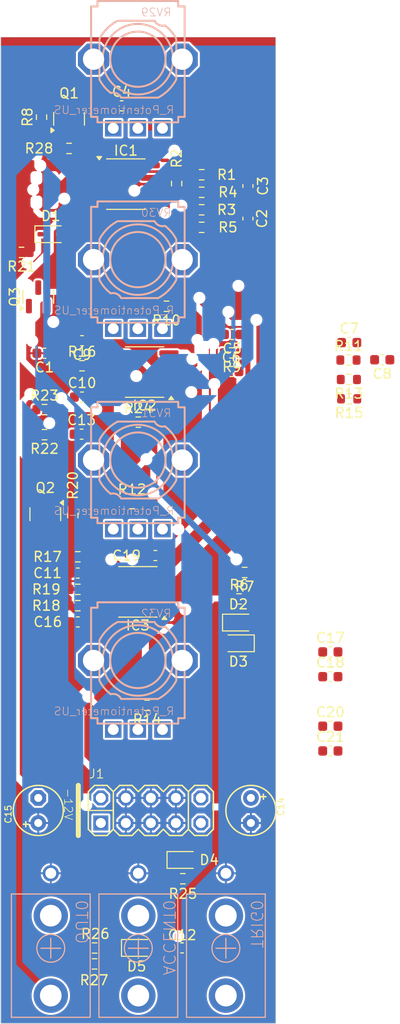
<source format=kicad_pcb>
(kicad_pcb (version 20240108) (generator "pcbnew") (generator_version "8.0")
  (layers (0 "F.Cu" signal) (31 "B.Cu" signal) (34 "B.Paste" user) (35 "F.Paste" user) (36 "B.SilkS" user "B.Silkscreen") (37 "F.SilkS" user "F.Silkscreen") (38 "B.Mask" user) (39 "F.Mask" user) (44 "Edge.Cuts" user))
  (net 0 "")
  (net 1 "N$6")
  (net 2 "GND")
  (net 3 "N$34")
  (net 4 "+12V")
  (net 5 "-12V")
  (net 6 "Net-(OUT0-TIP)")
  (net 7 "Net-(C2-Pad1)")
  (net 8 "Net-(IC1B-+IN)")
  (net 9 "Net-(IC1A-OUT)")
  (net 10 "Net-(IC1A--)")
  (net 11 "Net-(IC3A--)")
  (net 12 "Net-(C5-Pad2)")
  (net 13 "Net-(IC3A-OUT)")
  (net 14 "Net-(IC2A--)")
  (net 15 "Net-(C7-Pad2)")
  (net 16 "Net-(C8-Pad2)")
  (net 17 "Net-(IC2B--IN)")
  (net 18 "Net-(C10-Pad1)")
  (net 19 "Net-(IC2B-OUT)")
  (net 20 "Net-(ACCENT0-TIP)")
  (net 21 "Net-(D4-K)")
  (net 22 "Net-(D5-A)")
  (net 23 "Net-(C13-Pad1)")
  (net 24 "Net-(D1-A)")
  (net 25 "Net-(D1-K)")
  (net 26 "Net-(D2-K)")
  (net 27 "Net-(D4-A)")
  (net 28 "Net-(D5-K)")
  (net 29 "Net-(IC1B-OUT)")
  (net 30 "Net-(IC1B--IN)")
  (net 31 "POWER+12V")
  (net 32 "POWER-12V")
  (net 33 "Net-(IC2A-+)")
  (net 34 "Net-(IC3B--IN)")
  (net 35 "Net-(IC3B-OUT)")
  (net 36 "Net-(Q1-B)")
  (net 37 "Net-(Q1-C)")
  (net 38 "Net-(Q2-E)")
  (net 39 "Net-(Q2-B)")
  (net 40 "Net-(Q3-B)")
  (net 41 "Net-(R10-Pad2)")
  (net 43 "Net-(R12-Pad2)")
  (net 44 "Net-(R14-Pad2)")
  (footprint "Resistor_SMD:R_0603_1608Metric" (layer "F.Cu") (at 158.7361 111.9686)
    (property "Reference" "R6" (at 0 -1.43 0) (layer "F.SilkS"))
    (property "Value" "12K")
    (pad "1" smd roundrect (at -0.825 0) (size 0.8 0.95) (layers "F.Cu" "F.Paste" "F.Mask") (net 13 "Net-(IC3A-OUT)"))
    (pad "2" smd roundrect (at 0.825 0) (size 0.8 0.95) (layers "F.Cu" "F.Paste" "F.Mask") (net 26 "Net-(D2-K)"))
  )
  (footprint "Capacitor_SMD:C_0603_1608Metric" (layer "F.Cu") (at 150.241 107.569)
    (property "Reference" "C19" (at -2.921 0 0) (layer "F.SilkS"))
    (property "Value" "100nf")
    (pad "1" smd roundrect (at -0.775 0) (size 0.9 0.95) (layers "F.Cu" "F.Paste" "F.Mask") (net 2 "GND"))
    (pad "2" smd roundrect (at 0.775 0) (size 0.9 0.95) (layers "F.Cu" "F.Paste" "F.Mask") (net 32 "POWER-12V"))
  )
  (footprint "Resistor_SMD:R_0603_1608Metric" (layer "F.Cu") (at 169.916 91.679 180)
    (property "Reference" "R15" (at 0 -1.43 180) (layer "F.SilkS"))
    (property "Value" "3.3k")
    (pad "1" smd roundrect (at -0.825 0 180) (size 0.8 0.95) (layers "F.Cu" "F.Paste" "F.Mask") (net 19 "Net-(IC2B-OUT)"))
    (pad "2" smd roundrect (at 0.825 0 180) (size 0.8 0.95) (layers "F.Cu" "F.Paste" "F.Mask") (net 26 "Net-(D2-K)"))
  )
  (footprint "Capacitor_SMD:C_0603_1608Metric" (layer "F.Cu") (at 142.7961 91.5036)
    (property "Reference" "C10" (at 0 -1.43 0) (layer "F.SilkS"))
    (property "Value" "4.7nf")
    (pad "1" smd roundrect (at -0.775 0) (size 0.9 0.95) (layers "F.Cu" "F.Paste" "F.Mask") (net 18 "Net-(C10-Pad1)"))
    (pad "2" smd roundrect (at 0.775 0) (size 0.9 0.95) (layers "F.Cu" "F.Paste" "F.Mask") (net 19 "Net-(IC2B-OUT)"))
  )
  (footprint "Capacitor_SMD:C_0603_1608Metric" (layer "F.Cu") (at 159.639 73.406 -90)
    (property "Reference" "C2" (at 0 -1.43 90) (layer "F.SilkS"))
    (property "Value" "10nf")
    (pad "1" smd roundrect (at -0.775 0 270) (size 0.9 0.95) (layers "F.Cu" "F.Paste" "F.Mask") (net 7 "Net-(C2-Pad1)"))
    (pad "2" smd roundrect (at 0.775 0 270) (size 0.9 0.95) (layers "F.Cu" "F.Paste" "F.Mask") (net 8 "Net-(IC1B-+IN)"))
  )
  (footprint "Resistor_SMD:R_0603_1608Metric" (layer "F.Cu") (at 142.367 112.649 180)
    (property "Reference" "R18" (at 1.651 0 360) (layer "F.SilkS") (effects (justify right)))
    (property "Value" "10k")
    (pad "1" smd roundrect (at -0.825 0 180) (size 0.8 0.95) (layers "F.Cu" "F.Paste" "F.Mask") (net 35 "Net-(IC3B-OUT)"))
    (pad "2" smd roundrect (at 0.825 0 180) (size 0.8 0.95) (layers "F.Cu" "F.Paste" "F.Mask") (net 34 "Net-(IC3B--IN)"))
  )
  (footprint "Capacitor_SMD:C_0603_1608Metric" (layer "F.Cu") (at 142.367 114.3 180)
    (property "Reference" "C16" (at 3.048 0 360) (layer "F.SilkS"))
    (property "Value" "100nf")
    (pad "1" smd roundrect (at -0.775 0 180) (size 0.9 0.95) (layers "F.Cu" "F.Paste" "F.Mask") (net 31 "POWER+12V"))
    (pad "2" smd roundrect (at 0.775 0 180) (size 0.9 0.95) (layers "F.Cu" "F.Paste" "F.Mask") (net 2 "GND"))
  )
  (footprint "Capacitor_SMD:C_0603_1608Metric" (layer "F.Cu") (at 168.008 124.871)
    (property "Reference" "C20" (at 0 -1.43 0) (layer "F.SilkS"))
    (property "Value" "100nf")
    (pad "1" smd roundrect (at -0.775 0) (size 0.9 0.95) (layers "F.Cu" "F.Paste" "F.Mask") (net 2 "GND"))
    (pad "2" smd roundrect (at 0.775 0) (size 0.9 0.95) (layers "F.Cu" "F.Paste" "F.Mask") (net 32 "POWER-12V"))
  )
  (footprint "Capacitor_SMD:C_0603_1608Metric" (layer "F.Cu") (at 168.008 117.341)
    (property "Reference" "C17" (at 0 -1.43 0) (layer "F.SilkS"))
    (property "Value" "100nf")
    (pad "1" smd roundrect (at -0.775 0) (size 0.9 0.95) (layers "F.Cu" "F.Paste" "F.Mask") (net 31 "POWER+12V"))
    (pad "2" smd roundrect (at 0.775 0) (size 0.9 0.95) (layers "F.Cu" "F.Paste" "F.Mask") (net 2 "GND"))
  )
  (footprint "Capacitor_SMD:C_0603_1608Metric" (layer "F.Cu") (at 173.276 87.719 180)
    (property "Reference" "C8" (at 0 -1.43 180) (layer "F.SilkS"))
    (property "Value" "27nf")
    (pad "1" smd roundrect (at -0.775 0 180) (size 0.9 0.95) (layers "F.Cu" "F.Paste" "F.Mask") (net 15 "Net-(C7-Pad2)"))
    (pad "2" smd roundrect (at 0.775 0 180) (size 0.9 0.95) (layers "F.Cu" "F.Paste" "F.Mask") (net 16 "Net-(C8-Pad2)"))
  )
  (footprint "Package_SO:SOIC-8_3.9x4.9mm_P1.27mm" (layer "F.Cu") (at 148.463 111.252 180)
    (property "Reference" "IC3" (at 0 -3.4 360) (layer "F.SilkS"))
    (property "Value" "TL072")
    (pad "1" smd roundrect (at -2.475 -1.905 180) (size 1.95 0.6) (layers "F.Cu" "F.Paste" "F.Mask") (net 13 "Net-(IC3A-OUT)"))
    (pad "2" smd roundrect (at -2.475 -0.635 180) (size 1.95 0.6) (layers "F.Cu" "F.Paste" "F.Mask") (net 11 "Net-(IC3A--)"))
    (pad "3" smd roundrect (at -2.475 0.635 180) (size 1.95 0.6) (layers "F.Cu" "F.Paste" "F.Mask") (net 33 "Net-(IC2A-+)"))
    (pad "4" smd roundrect (at -2.475 1.905 180) (size 1.95 0.6) (layers "F.Cu" "F.Paste" "F.Mask") (net 32 "POWER-12V"))
    (pad "5" smd roundrect (at 2.475 1.905 180) (size 1.95 0.6) (layers "F.Cu" "F.Paste" "F.Mask") (net 20 "Net-(ACCENT0-TIP)"))
    (pad "6" smd roundrect (at 2.475 0.635 180) (size 1.95 0.6) (layers "F.Cu" "F.Paste" "F.Mask") (net 34 "Net-(IC3B--IN)"))
    (pad "7" smd roundrect (at 2.475 -0.635 180) (size 1.95 0.6) (layers "F.Cu" "F.Paste" "F.Mask") (net 35 "Net-(IC3B-OUT)"))
    (pad "8" smd roundrect (at 2.475 -1.905 180) (size 1.95 0.6) (layers "F.Cu" "F.Paste" "F.Mask") (net 31 "POWER+12V"))
  )
  (footprint "Resistor_SMD:R_0603_1608Metric" (layer "F.Cu") (at 151.3686 82.2961 180)
    (property "Reference" "R10" (at 0 -1.43 180) (layer "F.SilkS"))
    (property "Value" "100R")
    (pad "1" smd roundrect (at -0.825 0 180) (size 0.8 0.95) (layers "F.Cu" "F.Paste" "F.Mask") (net 2 "GND"))
    (pad "2" smd roundrect (at 0.825 0 180) (size 0.8 0.95) (layers "F.Cu" "F.Paste" "F.Mask") (net 41 "Net-(R10-Pad2)"))
  )
  (footprint "909 Rim:2X05_EUROPWR_OPEN_1879502" (layer "F.Cu") (at 149.7811 133.4136)
    (property "Reference" "J1" (at -6.35 -3.175 0) (layer "F.SilkS") (effects (font (size 0.9144 0.9144) (thickness 0.1016)) (justify left bottom)))
    (property "Value" "HEADER-EUROPWR_2X05-OPEN" (hide yes))
    (fp_text user "-12V" (at -8.382 -0.635 -90) (layer "F.SilkS") (effects (font (size 0.81788 0.81788) (thickness 0.07112))))
    (pad "1" thru_hole rect (at -5.08 1.27) (size 1.524 1.524) (drill 1.016) (layers "*.Cu" "*.Mask") (net 5 "-12V"))
    (pad "2" thru_hole roundrect (at -5.08 -1.27) (size 1.524 1.524) (drill 1.016) (layers "*.Cu" "*.Mask") (chamfer_ratio 0.2928932188) (chamfer top_left top_right bottom_left bottom_right) (net 5 "-12V"))
    (pad "3" thru_hole roundrect (at -2.54 1.27) (size 1.524 1.524) (drill 1.016) (layers "*.Cu" "*.Mask") (chamfer_ratio 0.2928932188) (chamfer top_left top_right bottom_left bottom_right) (net 2 "GND"))
    (pad "4" thru_hole roundrect (at -2.54 -1.27) (size 1.524 1.524) (drill 1.016) (layers "*.Cu" "*.Mask") (chamfer_ratio 0.2928932188) (chamfer top_left top_right bottom_left bottom_right) (net 2 "GND"))
    (pad "5" thru_hole roundrect (at 0 1.27) (size 1.524 1.524) (drill 1.016) (layers "*.Cu" "*.Mask") (chamfer_ratio 0.2928932188) (chamfer top_left top_right bottom_left bottom_right) (net 2 "GND"))
    (pad "6" thru_hole roundrect (at 0 -1.27) (size 1.524 1.524) (drill 1.016) (layers "*.Cu" "*.Mask") (chamfer_ratio 0.2928932188) (chamfer top_left top_right bottom_left bottom_right) (net 2 "GND"))
    (pad "7" thru_hole roundrect (at 2.54 1.27) (size 1.524 1.524) (drill 1.016) (layers "*.Cu" "*.Mask") (chamfer_ratio 0.2928932188) (chamfer top_left top_right bottom_left bottom_right) (net 2 "GND"))
    (pad "8" thru_hole roundrect (at 2.54 -1.27) (size 1.524 1.524) (drill 1.016) (layers "*.Cu" "*.Mask") (chamfer_ratio 0.2928932188) (chamfer top_left top_right bottom_left bottom_right) (net 2 "GND"))
    (pad "9" thru_hole roundrect (at 5.08 1.27) (size 1.524 1.524) (drill 1.016) (layers "*.Cu" "*.Mask") (chamfer_ratio 0.2928932188) (chamfer top_left top_right bottom_left bottom_right) (net 4 "+12V"))
    (pad "10" thru_hole roundrect (at 5.08 -1.27) (size 1.524 1.524) (drill 1.016) (layers "*.Cu" "*.Mask") (chamfer_ratio 0.2928932188) (chamfer top_left top_right bottom_left bottom_right) (net 4 "+12V"))
  )
  (footprint "Capacitor_SMD:C_0603_1608Metric" (layer "F.Cu") (at 138.9861 87.0586 180)
    (property "Reference" "C1" (at 0 -1.43 180) (layer "F.SilkS"))
    (property "Value" "10nf")
    (pad "1" smd roundrect (at -0.775 0 180) (size 0.9 0.95) (layers "F.Cu" "F.Paste" "F.Mask") (net 6 "Net-(OUT0-TIP)"))
    (pad "2" smd roundrect (at 0.775 0 180) (size 0.9 0.95) (layers "F.Cu" "F.Paste" "F.Mask") (net 2 "GND"))
  )
  (footprint "Resistor_SMD:R_0603_1608Metric" (layer "F.Cu") (at 144.0761 147.3586 180)
    (property "Reference" "R26" (at -0.0689 1.4356 180) (layer "F.SilkS"))
    (property "Value" "22k")
    (pad "1" smd roundrect (at -0.825 0 180) (size 0.8 0.95) (layers "F.Cu" "F.Paste" "F.Mask") (net 28 "Net-(D5-K)"))
    (pad "2" smd roundrect (at 0.825 0 180) (size 0.8 0.95) (layers "F.Cu" "F.Paste" "F.Mask") (net 33 "Net-(IC2A-+)"))
  )
  (footprint "Resistor_SMD:R_0603_1608Metric" (layer "F.Cu") (at 138.9861 92.7736)
    (property "Reference" "R23" (at 0 -1.43 0) (layer "F.SilkS"))
    (property "Value" "10k")
    (pad "1" smd roundrect (at -0.825 0) (size 0.8 0.95) (layers "F.Cu" "F.Paste" "F.Mask") (net 2 "GND"))
    (pad "2" smd roundrect (at 0.825 0) (size 0.8 0.95) (layers "F.Cu" "F.Paste" "F.Mask") (net 40 "Net-(Q3-B)"))
  )
  (footprint "Resistor_SMD:R_0603_1608Metric" (layer "F.Cu") (at 142.7961 88.3286)
    (property "Reference" "R16" (at 0 -1.43 0) (layer "F.SilkS"))
    (property "Value" "470k")
    (pad "1" smd roundrect (at -0.825 0) (size 0.8 0.95) (layers "F.Cu" "F.Paste" "F.Mask") (net 19 "Net-(IC2B-OUT)"))
    (pad "2" smd roundrect (at 0.825 0) (size 0.8 0.95) (layers "F.Cu" "F.Paste" "F.Mask") (net 17 "Net-(IC2B--IN)"))
  )
  (footprint "Resistor_SMD:R_0603_1608Metric" (layer "F.Cu") (at 147.8761 102.2986)
    (property "Reference" "R12" (at 0 -1.43 0) (layer "F.SilkS"))
    (property "Value" "100R")
    (pad "1" smd roundrect (at -0.825 0) (size 0.8 0.95) (layers "F.Cu" "F.Paste" "F.Mask") (net 2 "GND"))
    (pad "2" smd roundrect (at 0.825 0) (size 0.8 0.95) (layers "F.Cu" "F.Paste" "F.Mask") (net 43 "Net-(R12-Pad2)"))
  )
  (footprint "Package_TO_SOT_SMD:SOT-23" (layer "F.Cu") (at 138.3511 81.3436 90)
    (property "Reference" "Q3" (at 0 -2.4 90) (layer "F.SilkS"))
    (property "Value" "BC849")
    (pad "1" smd roundrect (at -0.9375 -0.95 90) (size 1.475 0.6) (layers "F.Cu" "F.Paste" "F.Mask") (net 40 "Net-(Q3-B)"))
    (pad "2" smd roundrect (at -0.9375 0.95 90) (size 1.475 0.6) (layers "F.Cu" "F.Paste" "F.Mask") (net 2 "GND"))
    (pad "3" smd roundrect (at 0.9375 0 90) (size 1.475 0.6) (layers "F.Cu" "F.Paste" "F.Mask") (net 25 "Net-(D1-K)"))
  )
  (footprint "Resistor_SMD:R_0603_1608Metric" (layer "F.Cu") (at 138.9861 95.3136 180)
    (property "Reference" "R22" (at 0 -1.43 180) (layer "F.SilkS"))
    (property "Value" "2.7k")
    (pad "1" smd roundrect (at -0.825 0 180) (size 0.8 0.95) (layers "F.Cu" "F.Paste" "F.Mask") (net 23 "Net-(C13-Pad1)"))
    (pad "2" smd roundrect (at 0.825 0 180) (size 0.8 0.95) (layers "F.Cu" "F.Paste" "F.Mask") (net 38 "Net-(Q2-E)"))
  )
  (footprint "Capacitor_SMD:C_0603_1608Metric" (layer "F.Cu") (at 142.367 109.347 180)
    (property "Reference" "C11" (at 1.524 0 180) (layer "F.SilkS") (effects (justify right)))
    (property "Value" "100pf")
    (pad "1" smd roundrect (at -0.775 0 180) (size 0.9 0.95) (layers "F.Cu" "F.Paste" "F.Mask") (net 20 "Net-(ACCENT0-TIP)"))
    (pad "2" smd roundrect (at 0.775 0 180) (size 0.9 0.95) (layers "F.Cu" "F.Paste" "F.Mask") (net 2 "GND"))
  )
  (footprint "Capacitor_SMD:C_0603_1608Metric" (layer "F.Cu") (at 142.7511 95.2636)
    (property "Reference" "C13" (at 0 -1.43 0) (layer "F.SilkS"))
    (property "Value" "47nf")
    (pad "1" smd roundrect (at -0.775 0) (size 0.9 0.95) (layers "F.Cu" "F.Paste" "F.Mask") (net 23 "Net-(C13-Pad1)"))
    (pad "2" smd roundrect (at 0.775 0) (size 0.9 0.95) (layers "F.Cu" "F.Paste" "F.Mask") (net 2 "GND"))
  )
  (footprint "Diode_SMD:D_SOD-323" (layer "F.Cu") (at 153.035 138.43)
    (property "Reference" "D4" (at 2.667 0 0) (layer "F.SilkS"))
    (property "Value" "1N4148")
    (pad "1" smd roundrect (at -1.05 0) (size 0.6 0.45) (layers "F.Cu" "F.Paste" "F.Mask") (net 21 "Net-(D4-K)"))
    (pad "2" smd roundrect (at 1.05 0) (size 0.6 0.45) (layers "F.Cu" "F.Paste" "F.Mask") (net 27 "Net-(D4-A)"))
  )
  (footprint "Capacitor_SMD:C_0603_1608Metric" (layer "F.Cu") (at 159.639 70.104 -90)
    (property "Reference" "C3" (at 0 -1.524 90) (layer "F.SilkS"))
    (property "Value" "10nf")
    (pad "1" smd roundrect (at -0.775 0 270) (size 0.9 0.95) (layers "F.Cu" "F.Paste" "F.Mask") (net 9 "Net-(IC1A-OUT)"))
    (pad "2" smd roundrect (at 0.775 0 270) (size 0.9 0.95) (layers "F.Cu" "F.Paste" "F.Mask") (net 7 "Net-(C2-Pad1)"))
  )
  (footprint "Resistor_SMD:R_0603_1608Metric" (layer "F.Cu") (at 144.0661 148.971)
    (property "Reference" "R27" (at -0.0481 1.651 0) (layer "F.SilkS"))
    (property "Value" "22k")
    (pad "1" smd roundrect (at -0.825 0) (size 0.8 0.95) (layers "F.Cu" "F.Paste" "F.Mask") (net 33 "Net-(IC2A-+)"))
    (pad "2" smd roundrect (at 0.825 0) (size 0.8 0.95) (layers "F.Cu" "F.Paste" "F.Mask") (net 2 "GND"))
  )
  (footprint "Resistor_SMD:R_0603_1608Metric" (layer "F.Cu") (at 153.035 140.335)
    (property "Reference" "R25" (at 0 1.524 360) (layer "F.SilkS"))
    (property "Value" "100k")
    (pad "1" smd roundrect (at -0.825 0) (size 0.8 0.95) (layers "F.Cu" "F.Paste" "F.Mask") (net 21 "Net-(D4-K)"))
    (pad "2" smd roundrect (at 0.825 0) (size 0.8 0.95) (layers "F.Cu" "F.Paste" "F.Mask") (net 2 "GND"))
  )
  (footprint "Package_TO_SOT_SMD:SOT-23" (layer "F.Cu") (at 139.065 103.378 -90)
    (property "Reference" "Q2" (at -2.667 0 180) (layer "F.SilkS"))
    (property "Value" "BC859")
    (pad "1" smd roundrect (at -0.9375 -0.95 270) (size 1.475 0.6) (layers "F.Cu" "F.Paste" "F.Mask") (net 39 "Net-(Q2-B)"))
    (pad "2" smd roundrect (at -0.9375 0.95 270) (size 1.475 0.6) (layers "F.Cu" "F.Paste" "F.Mask") (net 38 "Net-(Q2-E)"))
    (pad "3" smd roundrect (at 0.9375 0 270) (size 1.475 0.6) (layers "F.Cu" "F.Paste" "F.Mask") (net 35 "Net-(IC3B-OUT)"))
  )
  (footprint "Resistor_SMD:R_0603_1608Metric" (layer "F.Cu") (at 154.94 68.961)
    (property "Reference" "R1" (at 2.54 0 0) (layer "F.SilkS"))
    (property "Value" "1K")
    (pad "1" smd roundrect (at -0.825 0) (size 0.8 0.95) (layers "F.Cu" "F.Paste" "F.Mask") (net 29 "Net-(IC1B-OUT)"))
    (pad "2" smd roundrect (at 0.825 0) (size 0.8 0.95) (layers "F.Cu" "F.Paste" "F.Mask") (net 6 "Net-(OUT0-TIP)"))
  )
  (footprint "Resistor_SMD:R_0603_1608Metric" (layer "F.Cu") (at 152.4 69.85 90)
    (property "Reference" "R2" (at 2.54 0 90) (layer "F.SilkS"))
    (property "Value" "4.7K")
    (pad "1" smd roundrect (at -0.825 0 90) (size 0.8 0.95) (layers "F.Cu" "F.Paste" "F.Mask") (net 30 "Net-(IC1B--IN)"))
    (pad "2" smd roundrect (at 0.825 0 90) (size 0.8 0.95) (layers "F.Cu" "F.Paste" "F.Mask") (net 29 "Net-(IC1B-OUT)"))
  )
  (footprint "Resistor_SMD:R_0603_1608Metric" (layer "F.Cu") (at 158.0061 87.0236 180)
    (property "Reference" "R9" (at 0 -1.43 180) (layer "F.SilkS"))
    (property "Value" "470k")
    (pad "1" smd roundrect (at -0.825 0 180) (size 0.8 0.95) (layers "F.Cu" "F.Paste" "F.Mask") (net 11 "Net-(IC3A--)"))
    (pad "2" smd roundrect (at 0.825 0 180) (size 0.8 0.95) (layers "F.Cu" "F.Paste" "F.Mask") (net 13 "Net-(IC3A-OUT)"))
  )
  (footprint "Resistor_SMD:R_0603_1608Metric" (layer "F.Cu") (at 141.478 66.294)
    (property "Reference" "R28" (at -3.048 0 0) (layer "F.SilkS"))
    (property "Value" "1M")
    (pad "1" smd roundrect (at -0.825 0) (size 0.8 0.95) (layers "F.Cu" "F.Paste" "F.Mask") (net 23 "Net-(C13-Pad1)"))
    (pad "2" smd roundrect (at 0.825 0) (size 0.8 0.95) (layers "F.Cu" "F.Paste" "F.Mask") (net 36 "Net-(Q1-B)"))
  )
  (footprint "Resistor_SMD:R_0603_1608Metric" (layer "F.Cu") (at 154.94 74.295 180)
    (property "Reference" "R5" (at -2.667 0 360) (layer "F.SilkS"))
    (property "Value" "220K")
    (pad "1" smd roundrect (at -0.825 0 180) (size 0.8 0.95) (layers "F.Cu" "F.Paste" "F.Mask") (net 2 "GND"))
    (pad "2" smd roundrect (at 0.825 0 180) (size 0.8 0.95) (layers "F.Cu" "F.Paste" "F.Mask") (net 8 "Net-(IC1B-+IN)"))
  )
  (footprint "Resistor_SMD:R_0603_1608Metric" (layer "F.Cu") (at 136.652 76.835 180)
    (property "Reference" "R21" (at 0 -1.43 360) (layer "F.SilkS"))
    (property "Value" "47k")
    (pad "1" smd roundrect (at -0.825 0 180) (size 0.8 0.95) (layers "F.Cu" "F.Paste" "F.Mask") (net 24 "Net-(D1-A)"))
    (pad "2" smd roundrect (at 0.825 0 180) (size 0.8 0.95) (layers "F.Cu" "F.Paste" "F.Mask") (net 39 "Net-(Q2-B)"))
  )
  (footprint "Resistor_SMD:R_0603_1608Metric" (layer "F.Cu") (at 154.94 72.517 180)
    (property "Reference" "R3" (at -2.54 0 360) (layer "F.SilkS"))
    (property "Value" "22K")
    (pad "1" smd roundrect (at -0.825 0 180) (size 0.8 0.95) (layers "F.Cu" "F.Paste" "F.Mask") (net 7 "Net-(C2-Pad1)"))
    (pad "2" smd roundrect (at 0.825 0 180) (size 0.8 0.95) (layers "F.Cu" "F.Paste" "F.Mask") (net 30 "Net-(IC1B--IN)"))
  )
  (footprint "Resistor_SMD:R_0603_1608Metric" (layer "F.Cu") (at 141.859 103.505 -90)
    (property "Reference" "R20" (at -3.048 0 90) (layer "F.SilkS"))
    (property "Value" "1M")
    (pad "1" smd roundrect (at -0.825 0 270) (size 0.8 0.95) (layers "F.Cu" "F.Paste" "F.Mask") (net 39 "Net-(Q2-B)"))
    (pad "2" smd roundrect (at 0.825 0 270) (size 0.8 0.95) (layers "F.Cu" "F.Paste" "F.Mask") (net 35 "Net-(IC3B-OUT)"))
  )
  (footprint "Resistor_SMD:R_0603_1608Metric" (layer "F.Cu") (at 149.4011 122.7536 180)
    (property "Reference" "R14" (at 0 -1.43 180) (layer "F.SilkS"))
    (property "Value" "100R")
    (pad "1" smd roundrect (at -0.825 0 180) (size 0.8 0.95) (layers "F.Cu" "F.Paste" "F.Mask") (net 2 "GND"))
    (pad "2" smd roundrect (at 0.825 0 180) (size 0.8 0.95) (layers "F.Cu" "F.Paste" "F.Mask") (net 44 "Net-(R14-Pad2)"))
  )
  (footprint "Capacitor_SMD:C_0603_1608Metric" (layer "F.Cu") (at 157.9561 88.9136)
    (property "Reference" "C6" (at 0 -1.43 0) (layer "F.SilkS"))
    (property "Value" "10nf")
    (pad "1" smd roundrect (at -0.775 0) (size 0.9 0.95) (layers "F.Cu" "F.Paste" "F.Mask") (net 12 "Net-(C5-Pad2)"))
    (pad "2" smd roundrect (at 0.775 0) (size 0.9 0.95) (layers "F.Cu" "F.Paste" "F.Mask") (net 13 "Net-(IC3A-OUT)"))
  )
  (footprint "Capacitor_SMD:C_0603_1608Metric" (layer "F.Cu") (at 146.812 61.976)
    (property "Reference" "C4" (at 0 -1.43 0) (layer "F.SilkS"))
    (property "Value" "220pf")
    (pad "1" smd roundrect (at -0.775 0) (size 0.9 0.95) (layers "F.Cu" "F.Paste" "F.Mask") (net 10 "Net-(IC1A--)"))
    (pad "2" smd roundrect (at 0.775 0) (size 0.9 0.95) (layers "F.Cu" "F.Paste" "F.Mask") (net 9 "Net-(IC1A-OUT)"))
  )
  (footprint "Diode_SMD:D_SOD-323" (layer "F.Cu") (at 139.6211 74.9936)
    (property "Reference" "D1" (at 0 -1.85 0) (layer "F.SilkS"))
    (property "Value" "1N4148")
    (pad "1" smd roundrect (at -1.05 0) (size 0.6 0.45) (layers "F.Cu" "F.Paste" "F.Mask") (net 25 "Net-(D1-K)"))
    (pad "2" smd roundrect (at 1.05 0) (size 0.6 0.45) (layers "F.Cu" "F.Paste" "F.Mask") (net 24 "Net-(D1-A)"))
  )
  (footprint "Resistor_SMD:R_0603_1608Metric" (layer "F.Cu") (at 169.886 89.719 180)
    (property "Reference" "R13" (at 0 -1.43 180) (layer "F.SilkS"))
    (property "Value" "12K")
    (pad "1" smd roundrect (at -0.825 0 180) (size 0.8 0.95) (layers "F.Cu" "F.Paste" "F.Mask") (net 16 "Net-(C8-Pad2)"))
    (pad "2" smd roundrect (at 0.825 0 180) (size 0.8 0.95) (layers "F.Cu" "F.Paste" "F.Mask") (net 26 "Net-(D2-K)"))
  )
  (footprint "Capacitor_SMD:C_0603_1608Metric" (layer "F.Cu") (at 158.0361 85.1536 180)
    (property "Reference" "C5" (at 0 -1.43 180) (layer "F.SilkS"))
    (property "Value" "10nf")
    (pad "1" smd roundrect (at -0.775 0 180) (size 0.9 0.95) (layers "F.Cu" "F.Paste" "F.Mask") (net 11 "Net-(IC3A--)"))
    (pad "2" smd roundrect (at 0.775 0 180) (size 0.9 0.95) (layers "F.Cu" "F.Paste" "F.Mask") (net 12 "Net-(C5-Pad2)"))
  )
  (footprint "Diode_SMD:D_SOD-323" (layer "F.Cu") (at 148.4111 147.3486)
    (property "Reference" "D5" (at -0.0751 1.8764 0) (layer "F.SilkS"))
    (property "Value" "1N4148")
    (pad "1" smd roundrect (at -1.05 0) (size 0.6 0.45) (layers "F.Cu" "F.Paste" "F.Mask") (net 28 "Net-(D5-K)"))
    (pad "2" smd roundrect (at 1.05 0) (size 0.6 0.45) (layers "F.Cu" "F.Paste" "F.Mask") (net 22 "Net-(D5-A)"))
  )
  (footprint "Package_SO:SOIC-8_3.9x4.9mm_P1.27mm" (layer "F.Cu") (at 147.2411 69.9136)
    (property "Reference" "IC1" (at 0 -3.4 0) (layer "F.SilkS"))
    (property "Value" "TL072")
    (pad "1" smd roundrect (at -2.475 -1.905) (size 1.95 0.6) (layers "F.Cu" "F.Paste" "F.Mask") (net 9 "Net-(IC1A-OUT)"))
    (pad "2" smd roundrect (at -2.475 -0.635) (size 1.95 0.6) (layers "F.Cu" "F.Paste" "F.Mask") (net 10 "Net-(IC1A--)"))
    (pad "3" smd roundrect (at -2.475 0.635) (size 1.95 0.6) (layers "F.Cu" "F.Paste" "F.Mask") (net 2 "GND"))
    (pad "4" smd roundrect (at -2.475 1.905) (size 1.95 0.6) (layers "F.Cu" "F.Paste" "F.Mask") (net 32 "POWER-12V"))
    (pad "5" smd roundrect (at 2.475 1.905) (size 1.95 0.6) (layers "F.Cu" "F.Paste" "F.Mask") (net 8 "Net-(IC1B-+IN)"))
    (pad "6" smd roundrect (at 2.475 0.635) (size 1.95 0.6) (layers "F.Cu" "F.Paste" "F.Mask") (net 30 "Net-(IC1B--IN)"))
    (pad "7" smd roundrect (at 2.475 -0.635) (size 1.95 0.6) (layers "F.Cu" "F.Paste" "F.Mask") (net 29 "Net-(IC1B-OUT)"))
    (pad "8" smd roundrect (at 2.475 -1.905) (size 1.95 0.6) (layers "F.Cu" "F.Paste" "F.Mask") (net 31 "POWER+12V"))
  )
  (footprint "Capacitor_SMD:C_0603_1608Metric" (layer "F.Cu") (at 168.008 119.851)
    (property "Reference" "C18" (at 0 -1.43 0) (layer "F.SilkS"))
    (property "Value" "100nf")
    (pad "1" smd roundrect (at -0.775 0) (size 0.9 0.95) (layers "F.Cu" "F.Paste" "F.Mask") (net 31 "POWER+12V"))
    (pad "2" smd roundrect (at 0.775 0) (size 0.9 0.95) (layers "F.Cu" "F.Paste" "F.Mask") (net 2 "GND"))
  )
  (footprint "909 Rim:E2,5-5_1879502" (layer "F.Cu") (at 138.3511 133.4136 90)
    (property "Reference" "C15" (at -1.397 -2.667 90) (layer "F.SilkS") (effects (font (size 0.6477 0.6477) (thickness 0.1143)) (justify left bottom)))
    (property "Value" "10uF")
    (pad "+" thru_hole circle (at -1.27 0 90) (size 1.6002 1.6002) (drill 0.8128) (layers "*.Cu" "*.Mask") (net 2 "GND"))
    (pad "-" thru_hole roundrect (at 1.27 0 90) (size 1.6002 1.6002) (drill 0.8128) (layers "*.Cu" "*.Mask") (chamfer_ratio 0.2928932188) (chamfer top_left top_right bottom_left bottom_right) (net 5 "-12V"))
  )
  (footprint "Capacitor_SMD:C_0603_1608Metric" (layer "F.Cu") (at 152.9561 147.3486 180)
    (property "Reference" "C12" (at 0 1.2986 180) (layer "F.SilkS"))
    (property "Value" "15nf")
    (pad "1" smd roundrect (at -0.775 0 180) (size 0.9 0.95) (layers "F.Cu" "F.Paste" "F.Mask") (net 21 "Net-(D4-K)"))
    (pad "2" smd roundrect (at 0.775 0 180) (size 0.9 0.95) (layers "F.Cu" "F.Paste" "F.Mask") (net 22 "Net-(D5-A)"))
  )
  (footprint "909 Rim:E2,5-5_1879502" (layer "F.Cu") (at 159.9411 133.4136 -90)
    (property "Reference" "C14" (at -1.397 -2.667 90) (layer "F.SilkS") (effects (font (size 0.6477 0.6477) (thickness 0.1143)) (justify right top)))
    (property "Value" "10uF")
    (pad "+" thru_hole circle (at -1.27 0 270) (size 1.6002 1.6002) (drill 0.8128) (layers "*.Cu" "*.Mask") (net 4 "+12V"))
    (pad "-" thru_hole roundrect (at 1.27 0 270) (size 1.6002 1.6002) (drill 0.8128) (layers "*.Cu" "*.Mask") (chamfer_ratio 0.2928932188) (chamfer top_left top_right bottom_left bottom_right) (net 2 "GND"))
  )
  (footprint "Resistor_SMD:R_0603_1608Metric" (layer "F.Cu") (at 169.846 87.749)
    (property "Reference" "R11" (at 0 -1.43 0) (layer "F.SilkS"))
    (property "Value" "330K")
    (pad "1" smd roundrect (at -0.825 0) (size 0.8 0.95) (layers "F.Cu" "F.Paste" "F.Mask"))
    (pad "2" smd roundrect (at 0.825 0) (size 0.8 0.95) (layers "F.Cu" "F.Paste" "F.Mask") (net 16 "Net-(C8-Pad2)"))
  )
  (footprint "Capacitor_SMD:C_0603_1608Metric" (layer "F.Cu") (at 169.926 85.979)
    (property "Reference" "C7" (at 0 -1.43 0) (layer "F.SilkS"))
    (property "Value" "27nf")
    (pad "1" smd roundrect (at -0.775 0) (size 0.9 0.95) (layers "F.Cu" "F.Paste" "F.Mask") (net 14 "Net-(IC2A--)"))
    (pad "2" smd roundrect (at 0.775 0) (size 0.9 0.95) (layers "F.Cu" "F.Paste" "F.Mask") (net 15 "Net-(C7-Pad2)"))
  )
  (footprint "Package_TO_SOT_SMD:SOT-23" (layer "F.Cu") (at 141.478 63.2945 90)
    (property "Reference" "Q1" (at 2.5885 0 180) (layer "F.SilkS"))
    (property "Value" "BC849")
    (pad "1" smd roundrect (at -0.9375 -0.95 90) (size 1.475 0.6) (layers "F.Cu" "F.Paste" "F.Mask") (net 36 "Net-(Q1-B)"))
    (pad "2" smd roundrect (at -0.9375 0.95 90) (size 1.475 0.6) (layers "F.Cu" "F.Paste" "F.Mask") (net 10 "Net-(IC1A--)"))
    (pad "3" smd roundrect (at 0.9375 0 90) (size 1.475 0.6) (layers "F.Cu" "F.Paste" "F.Mask") (net 37 "Net-(Q1-C)"))
  )
  (footprint "Diode_SMD:D_SOD-323" (layer "F.Cu") (at 158.6711 116.4686 180)
    (property "Reference" "D3" (at 0 -1.85 180) (layer "F.SilkS"))
    (property "Value" "1N4148")
    (pad "1" smd roundrect (at -1.05 0 180) (size 0.6 0.45) (layers "F.Cu" "F.Paste" "F.Mask") (net 2 "GND"))
    (pad "2" smd roundrect (at 1.05 0 180) (size 0.6 0.45) (layers "F.Cu" "F.Paste" "F.Mask") (net 26 "Net-(D2-K)"))
  )
  (footprint "Resistor_SMD:R_0603_1608Metric" (layer "F.Cu") (at 142.367 110.998 180)
    (property "Reference" "R19" (at 1.651 0 360) (layer "F.SilkS") (effects (justify right)))
    (property "Value" "4.7k")
    (pad "1" smd roundrect (at -0.825 0 180) (size 0.8 0.95) (layers "F.Cu" "F.Paste" "F.Mask") (net 34 "Net-(IC3B--IN)"))
    (pad "2" smd roundrect (at 0.825 0 180) (size 0.8 0.95) (layers "F.Cu" "F.Paste" "F.Mask") (net 2 "GND"))
  )
  (footprint "Resistor_SMD:R_0603_1608Metric" (layer "F.Cu") (at 138.684 63.119 90)
    (property "Reference" "R8" (at 0 -1.43 90) (layer "F.SilkS"))
    (property "Value" "680R")
    (pad "1" smd roundrect (at -0.825 0 90) (size 0.8 0.95) (layers "F.Cu" "F.Paste" "F.Mask") (net 2 "GND"))
    (pad "2" smd roundrect (at 0.825 0 90) (size 0.8 0.95) (layers "F.Cu" "F.Paste" "F.Mask") (net 37 "Net-(Q1-C)"))
  )
  (footprint "Resistor_SMD:R_0603_1608Metric" (layer "F.Cu") (at 159.3061 109.2836 180)
    (property "Reference" "R7" (at 0 -1.43 180) (layer "F.SilkS"))
    (property "Value" "12K")
    (pad "1" smd roundrect (at -0.825 0 180) (size 0.8 0.95) (layers "F.Cu" "F.Paste" "F.Mask") (net 26 "Net-(D2-K)"))
    (pad "2" smd roundrect (at 0.825 0 180) (size 0.8 0.95) (layers "F.Cu" "F.Paste" "F.Mask") (net 37 "Net-(Q1-C)"))
  )
  (footprint "Resistor_SMD:R_0603_1608Metric" (layer "F.Cu") (at 154.94 70.739 180)
    (property "Reference" "R4" (at -2.667 0 180) (layer "F.SilkS"))
    (property "Value" "4.7K")
    (pad "1" smd roundrect (at -0.825 0 180) (size 0.8 0.95) (layers "F.Cu" "F.Paste" "F.Mask") (net 2 "GND"))
    (pad "2" smd roundrect (at 0.825 0 180) (size 0.8 0.95) (layers "F.Cu" "F.Paste" "F.Mask") (net 30 "Net-(IC1B--IN)"))
  )
  (footprint "Resistor_SMD:R_0603_1608Metric" (layer "F.Cu") (at 148.5111 94.0436)
    (property "Reference" "R24" (at 0 -1.43 0) (layer "F.SilkS"))
    (property "Value" "22k")
    (pad "1" smd roundrect (at -0.825 0) (size 0.8 0.95) (layers "F.Cu" "F.Paste" "F.Mask") (net 40 "Net-(Q3-B)"))
    (pad "2" smd roundrect (at 0.825 0) (size 0.8 0.95) (layers "F.Cu" "F.Paste" "F.Mask") (net 22 "Net-(D5-A)"))
  )
  (footprint "Capacitor_SMD:C_0603_1608Metric" (layer "F.Cu") (at 168.008 127.381)
    (property "Reference" "C21" (at 0 -1.43 0) (layer "F.SilkS"))
    (property "Value" "100nf")
    (pad "1" smd roundrect (at -0.775 0) (size 0.9 0.95) (layers "F.Cu" "F.Paste" "F.Mask") (net 2 "GND"))
    (pad "2" smd roundrect (at 0.775 0) (size 0.9 0.95) (layers "F.Cu" "F.Paste" "F.Mask") (net 32 "POWER-12V"))
  )
  (footprint "Capacitor_SMD:C_0603_1608Metric" (layer "F.Cu") (at 142.7961 85.7886 180)
    (property "Reference" "C9" (at 0 -1.43 180) (layer "F.SilkS"))
    (property "Value" "4.7nf")
    (pad "1" smd roundrect (at -0.775 0 180) (size 0.9 0.95) (layers "F.Cu" "F.Paste" "F.Mask") (net 17 "Net-(IC2B--IN)"))
    (pad "2" smd roundrect (at 0.775 0 180) (size 0.9 0.95) (layers "F.Cu" "F.Paste" "F.Mask") (net 18 "Net-(C10-Pad1)"))
  )
  (footprint "Diode_SMD:D_SOD-323" (layer "F.Cu") (at 158.6711 114.3636)
    (property "Reference" "D2" (at 0 -1.85 0) (layer "F.SilkS"))
    (property "Value" "1N4148")
    (pad "1" smd roundrect (at -1.05 0) (size 0.6 0.45) (layers "F.Cu" "F.Paste" "F.Mask") (net 26 "Net-(D2-K)"))
    (pad "2" smd roundrect (at 1.05 0) (size 0.6 0.45) (layers "F.Cu" "F.Paste" "F.Mask") (net 2 "GND"))
  )
  (footprint "Package_SO:SOIC-8_3.9x4.9mm_P1.27mm" (layer "F.Cu") (at 149.1461 88.9636 180)
    (property "Reference" "IC2" (at 0 -3.4 360) (layer "F.SilkS"))
    (property "Value" "TL072")
    (pad "1" smd roundrect (at -2.475 -1.905 180) (size 1.95 0.6) (layers "F.Cu" "F.Paste" "F.Mask") (net 16 "Net-(C8-Pad2)"))
    (pad "2" smd roundrect (at -2.475 -0.635 180) (size 1.95 0.6) (layers "F.Cu" "F.Paste" "F.Mask") (net 14 "Net-(IC2A--)"))
    (pad "3" smd roundrect (at -2.475 0.635 180) (size 1.95 0.6) (layers "F.Cu" "F.Paste" "F.Mask") (net 33 "Net-(IC2A-+)"))
    (pad "4" smd roundrect (at -2.475 1.905 180) (size 1.95 0.6) (layers "F.Cu" "F.Paste" "F.Mask") (net 32 "POWER-12V"))
    (pad "5" smd roundrect (at 2.475 1.905 180) (size 1.95 0.6) (layers "F.Cu" "F.Paste" "F.Mask") (net 33 "Net-(IC2A-+)"))
    (pad "6" smd roundrect (at 2.475 0.635 180) (size 1.95 0.6) (layers "F.Cu" "F.Paste" "F.Mask") (net 17 "Net-(IC2B--IN)"))
    (pad "7" smd roundrect (at 2.475 -0.635 180) (size 1.95 0.6) (layers "F.Cu" "F.Paste" "F.Mask") (net 19 "Net-(IC2B-OUT)"))
    (pad "8" smd roundrect (at 2.475 -1.905 180) (size 1.95 0.6) (layers "F.Cu" "F.Paste" "F.Mask") (net 31 "POWER+12V"))
  )
  (footprint "Resistor_SMD:R_0603_1608Metric" (layer "F.Cu") (at 142.367 107.696)
    (property "Reference" "R17" (at -1.524 0 0) (layer "F.SilkS") (effects (justify right)))
    (property "Value" "100k")
    (pad "1" smd roundrect (at -0.825 0) (size 0.8 0.95) (layers "F.Cu" "F.Paste" "F.Mask") (net 20 "Net-(ACCENT0-TIP)"))
    (pad "2" smd roundrect (at 0.825 0) (size 0.8 0.95) (layers "F.Cu" "F.Paste" "F.Mask") (net 31 "POWER+12V"))
  )
  (footprint "909 Rim:9MM_PLS_1879502" (layer "B.Cu") (at 148.463 97.8877 180)
    (property "Reference" "RV31" (at -3.4445 4.2775 0) (layer "B.SilkS") (effects (font (size 0.81788 0.81788) (thickness 0.07112)) (justify left bottom mirror)))
    (property "Value" "R_Potentiometer_US" (at -3.738 -5.6265 0) (layer "B.SilkS") (effects (font (size 0.81788 0.81788) (thickness 0.07112)) (justify left bottom mirror)))
    (pad "1" thru_hole rect (at -2.5 -7 270) (size 1.6764 1.6764) (drill 1.1) (layers "*.Cu" "*.Mask"))
    (pad "2" thru_hole rect (at 0 -7 270) (size 1.6764 1.6764) (drill 1.1) (layers "*.Cu" "*.Mask") (net 43 "Net-(R12-Pad2)"))
    (pad "3" thru_hole rect (at 2.5 -7 270) (size 1.6764 1.6764) (drill 1.1) (layers "*.Cu" "*.Mask") (net 15 "Net-(C7-Pad2)"))
    (pad "M1" thru_hole roundrect (at 4.5 0 270) (size 3.175 3.175) (drill 2.159) (layers "*.Cu" "*.Mask") (chamfer_ratio 0.2928932188) (chamfer top_left top_right bottom_left bottom_right))
    (pad "M2" thru_hole roundrect (at -4.5 0 270) (size 3.175 3.175) (drill 2.159) (layers "*.Cu" "*.Mask") (chamfer_ratio 0.2928932188) (chamfer top_left top_right bottom_left bottom_right))
  )
  (footprint "909 Rim:KOBICONN_PJM301DM_JACK_1879502" (layer "B.Cu") (at 157.4011 147.3836)
    (property "Reference" "TRIG0" (at 3.7992 -4.9784 -90) (layer "B.SilkS") (effects (font (size 1.176528 1.176528) (thickness 0.093472)) (justify right top mirror)))
    (property "Value" "" (hide yes))
    (pad "P$1" thru_hole circle (at 0 4.8) (size 3.5 3.5) (drill 2.2) (layers "*.Cu" "*.Mask") (net 3 "N$34"))
    (pad "P$2" thru_hole circle (at 0 -3.3) (size 3.5 3.5) (drill 2.2) (layers "*.Cu" "*.Mask"))
    (pad "P$3" thru_hole circle (at 0 -7.6) (size 1.65 1.65) (drill 1.1) (layers "*.Cu" "*.Mask") (net 2 "GND"))
  )
  (footprint "909 Rim:9MM_PLS_1879502" (layer "B.Cu") (at 148.463 77.56777 180)
    (property "Reference" "RV30" (at -3.4445 4.2775 0) (layer "B.SilkS") (effects (font (size 0.81788 0.81788) (thickness 0.07112)) (justify left bottom mirror)))
    (property "Value" "R_Potentiometer_US" (at -3.738 -5.6265 0) (layer "B.SilkS") (effects (font (size 0.81788 0.81788) (thickness 0.07112)) (justify left bottom mirror)))
    (pad "1" thru_hole rect (at -2.5 -7 270) (size 1.6764 1.6764) (drill 1.1) (layers "*.Cu" "*.Mask"))
    (pad "2" thru_hole rect (at 0 -7 270) (size 1.6764 1.6764) (drill 1.1) (layers "*.Cu" "*.Mask") (net 41 "Net-(R10-Pad2)"))
    (pad "3" thru_hole rect (at 2.5 -7 270) (size 1.6764 1.6764) (drill 1.1) (layers "*.Cu" "*.Mask") (net 12 "Net-(C5-Pad2)"))
    (pad "M1" thru_hole roundrect (at 4.5 0 270) (size 3.175 3.175) (drill 2.159) (layers "*.Cu" "*.Mask") (chamfer_ratio 0.2928932188) (chamfer top_left top_right bottom_left bottom_right))
    (pad "M2" thru_hole roundrect (at -4.5 0 270) (size 3.175 3.175) (drill 2.159) (layers "*.Cu" "*.Mask") (chamfer_ratio 0.2928932188) (chamfer top_left top_right bottom_left bottom_right))
  )
  (footprint "909 Rim:9MM_PLS_1879502" (layer "B.Cu") (at 148.463 57.2477 180)
    (property "Reference" "RV29" (at -3.4445 4.2775 0) (layer "B.SilkS") (effects (font (size 0.81788 0.81788) (thickness 0.07112)) (justify left bottom mirror)))
    (property "Value" "R_Potentiometer_US" (at -3.738 -5.6265 0) (layer "B.SilkS") (effects (font (size 0.81788 0.81788) (thickness 0.07112)) (justify left bottom mirror)))
    (pad "1" thru_hole rect (at -2.5 -7 270) (size 1.6764 1.6764) (drill 1.1) (layers "*.Cu" "*.Mask") (net 9 "Net-(IC1A-OUT)"))
    (pad "2" thru_hole rect (at 0 -7 270) (size 1.6764 1.6764) (drill 1.1) (layers "*.Cu" "*.Mask") (net 9 "Net-(IC1A-OUT)"))
    (pad "3" thru_hole rect (at 2.5 -7 270) (size 1.6764 1.6764) (drill 1.1) (layers "*.Cu" "*.Mask") (net 10 "Net-(IC1A--)"))
    (pad "M1" thru_hole roundrect (at 4.5 0 270) (size 3.175 3.175) (drill 2.159) (layers "*.Cu" "*.Mask") (chamfer_ratio 0.2928932188) (chamfer top_left top_right bottom_left bottom_right))
    (pad "M2" thru_hole roundrect (at -4.5 0 270) (size 3.175 3.175) (drill 2.159) (layers "*.Cu" "*.Mask") (chamfer_ratio 0.2928932188) (chamfer top_left top_right bottom_left bottom_right))
  )
  (footprint "909 Rim:KOBICONN_PJM301DM_JACK_1879502" (layer "B.Cu") (at 139.6211 147.3836)
    (property "Reference" "OUT0" (at 3.7992 -4.9784 -90) (layer "B.SilkS") (effects (font (size 1.176528 1.176528) (thickness 0.093472)) (justify right top mirror)))
    (property "Value" "Accent" (hide yes))
    (pad "P$1" thru_hole circle (at 0 4.8) (size 3.5 3.5) (drill 2.2) (layers "*.Cu" "*.Mask") (net 1 "N$6"))
    (pad "P$2" thru_hole circle (at 0 -3.3) (size 3.5 3.5) (drill 2.2) (layers "*.Cu" "*.Mask"))
    (pad "P$3" thru_hole circle (at 0 -7.6) (size 1.65 1.65) (drill 1.1) (layers "*.Cu" "*.Mask") (net 2 "GND"))
  )
  (footprint "909 Rim:9MM_PLS_1879502" (layer "B.Cu") (at 148.463 118.2077 180)
    (property "Reference" "RV32" (at -3.4445 4.2775 0) (layer "B.SilkS") (effects (font (size 0.81788 0.81788) (thickness 0.07112)) (justify left bottom mirror)))
    (property "Value" "R_Potentiometer_US" (at -3.738 -5.6265 0) (layer "B.SilkS") (effects (font (size 0.81788 0.81788) (thickness 0.07112)) (justify left bottom mirror)))
    (pad "1" thru_hole rect (at -2.5 -7 270) (size 1.6764 1.6764) (drill 1.1) (layers "*.Cu" "*.Mask"))
    (pad "2" thru_hole rect (at 0 -7 270) (size 1.6764 1.6764) (drill 1.1) (layers "*.Cu" "*.Mask") (net 44 "Net-(R14-Pad2)"))
    (pad "3" thru_hole rect (at 2.5 -7 270) (size 1.6764 1.6764) (drill 1.1) (layers "*.Cu" "*.Mask") (net 18 "Net-(C10-Pad1)"))
    (pad "M1" thru_hole roundrect (at 4.5 0 270) (size 3.175 3.175) (drill 2.159) (layers "*.Cu" "*.Mask") (chamfer_ratio 0.2928932188) (chamfer top_left top_right bottom_left bottom_right))
    (pad "M2" thru_hole roundrect (at -4.5 0 270) (size 3.175 3.175) (drill 2.159) (layers "*.Cu" "*.Mask") (chamfer_ratio 0.2928932188) (chamfer top_left top_right bottom_left bottom_right))
  )
  (footprint "909 Rim:KOBICONN_PJM301DM_JACK_1879502" (layer "B.Cu") (at 148.5111 147.3836)
    (property "Reference" "ACCENT0" (at 3.7992 -4.9784 -90) (layer "B.SilkS") (effects (font (size 1.176528 1.176528) (thickness 0.093472)) (justify right top mirror)))
    (property "Value" "Accent" (hide yes))
    (pad "P$1" thru_hole circle (at 0 4.8) (size 3.5 3.5) (drill 2.2) (layers "*.Cu" "*.Mask") (net 20 "Net-(ACCENT0-TIP)"))
    (pad "P$2" thru_hole circle (at 0 -3.3) (size 3.5 3.5) (drill 2.2) (layers "*.Cu" "*.Mask"))
    (pad "P$3" thru_hole circle (at 0 -7.6) (size 1.65 1.65) (drill 1.1) (layers "*.Cu" "*.Mask") (net 2 "GND"))
  )
  (gr_line (start 162.4611 55.0036) (end 134.5411 55.0036) (stroke (width 0.05)) (layer "Edge.Cuts"))
  (gr_line (start 134.5411 155.0036) (end 162.4611 155.0036) (stroke (width 0.05)) (layer "Edge.Cuts"))
  (gr_line (start 134.5411 55.0036) (end 134.5411 155.0036) (stroke (width 0.05)) (layer "Edge.Cuts"))
  (gr_line (start 162.4611 155.0036) (end 162.4611 55.0036) (stroke (width 0.05)) (layer "Edge.Cuts"))
  (segment (start 153.7811 147.3986) (end 153.7311 147.3486) (width 0.2) (layer "F.Cu") (net 21))
  (segment (start 153.7311 147.3486) (end 153.7661 147.3836) (width 0.2) (layer "F.Cu") (net 21))
  (segment (start 147.3511 147.3586) (end 147.3611 147.3486) (width 0.2) (layer "F.Cu") (net 28))
  (zone (net 2) (net_name "GND") (layer "F.Cu") (priority 6) (connect_pads (clearance 0.000001)) (min_thickness 0.0762) (fill yes (thermal_gap 0.2024) (thermal_bridge_width 0.2024))
    (polygon (pts (xy 162.5573 155.0798) (xy 134.4649 155.0798) (xy 134.4649 54.5974) (xy 162.5573 54.5974)))
  )
  (zone (net 2) (net_name "GND") (layer "B.Cu") (priority 6) (connect_pads (clearance 0.000001)) (min_thickness 0.0762) (fill yes (thermal_gap 0.2024) (thermal_bridge_width 0.2024))
    (polygon (pts (xy 162.5573 155.0798) (xy 134.4649 155.0798) (xy 134.4649 55.8674) (xy 162.5573 55.8674)))
  )
)
</source>
